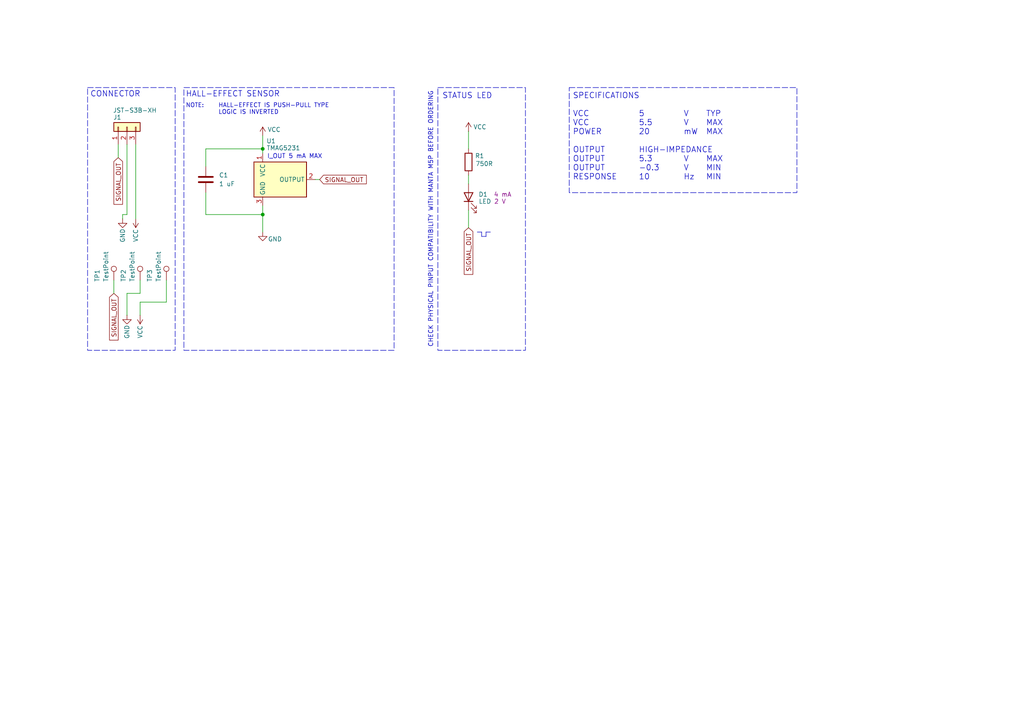
<source format=kicad_sch>
(kicad_sch (version 20231120) (generator "eeschema") (generator_version "8.0")
  (paper "A4")
  (title_block (title "IP68-limit-switch") (date "[24.08.20]") (rev "RevA") (company "Rack Robotics, Inc."))
  (lib_symbols
    (symbol "Connector:TestPoint" (pin_numbers hide) (pin_names (offset 0.762) hide)
      (property "Reference" "TP" (at 0 6.858 0))
      (property "Value" "TestPoint" (at 0 5.08 0))
      (symbol "TestPoint_0_1"
        (circle (center 0 3.302) (radius 0.762))
      )
      (symbol "TestPoint_1_1"
        (pin passive line (at 0 0 90) (length 2.54) (name "1") (number "1"))
      )
    )
    (symbol "Connector_Generic:Conn_01x03" (pin_names (offset 1.016) hide)
      (property "Reference" "J" (at 0 5.08 0))
      (property "Value" "Conn_01x03" (at 0 -5.08 0))
      (symbol "Conn_01x03_1_1"
        (rectangle (start -1.27 -2.413) (end 0 -2.667) (stroke (width 0.1524)))
        (rectangle (start -1.27 0.127) (end 0 -0.127) (stroke (width 0.1524)))
        (rectangle (start -1.27 2.667) (end 0 2.413) (stroke (width 0.1524)))
        (rectangle (start -1.27 3.81) (end 1.27 -3.81) (stroke (width 0.254)) (fill (type background)))
        (pin passive line (at -5.08 2.54 0) (length 3.81) (name "Pin_1") (number "1"))
        (pin passive line (at -5.08 0 0) (length 3.81) (name "Pin_2") (number "2"))
        (pin passive line (at -5.08 -2.54 0) (length 3.81) (name "Pin_3") (number "3"))
      )
    )
    (symbol "Device:C" (pin_numbers hide) (pin_names (offset 0.254))
      (property "Reference" "C" (at 0.635 2.54 0))
      (property "Value" "C" (at 0.635 -2.54 0))
      (symbol "C_0_1"
        (polyline (pts (xy -2.032 -0.762) (xy 2.032 -0.762)) (stroke (width 0.508)))
        (polyline (pts (xy -2.032 0.762) (xy 2.032 0.762)) (stroke (width 0.508)))
      )
      (symbol "C_1_1"
        (pin passive line (at 0 3.81 270) (length 2.794) (name "~") (number "1"))
        (pin passive line (at 0 -3.81 90) (length 2.794) (name "~") (number "2"))
      )
    )
    (symbol "Device:LED" (pin_numbers hide) (pin_names (offset 1.016) hide)
      (property "Reference" "D" (at 0 2.54 0))
      (property "Value" "LED" (at 0 -2.54 0))
      (symbol "LED_0_1"
        (polyline (pts (xy -1.27 -1.27) (xy -1.27 1.27)) (stroke (width 0.254)))
        (polyline (pts (xy -1.27 0) (xy 1.27 0)))
        (polyline (pts (xy 1.27 -1.27) (xy 1.27 1.27) (xy -1.27 0) (xy 1.27 -1.27)) (stroke (width 0.254)))
        (polyline (pts (xy -3.048 -0.762) (xy -4.572 -2.286) (xy -3.81 -2.286) (xy -4.572 -2.286) (xy -4.572 -1.524)))
        (polyline (pts (xy -1.778 -0.762) (xy -3.302 -2.286) (xy -2.54 -2.286) (xy -3.302 -2.286) (xy -3.302 -1.524)))
      )
      (symbol "LED_1_1"
        (pin passive line (at -3.81 0 0) (length 2.54) (name "K") (number "1"))
        (pin passive line (at 3.81 0 180) (length 2.54) (name "A") (number "2"))
      )
    )
    (symbol "Device:R" (pin_numbers hide) (pin_names (offset 0))
      (property "Reference" "R" (at 2.032 0 90))
      (property "Value" "R" (at 0 0 90))
      (symbol "R_0_1"
        (rectangle (start -1.016 -2.54) (end 1.016 2.54) (stroke (width 0.254)))
      )
      (symbol "R_1_1"
        (pin passive line (at 0 3.81 270) (length 1.27) (name "~") (number "1"))
        (pin passive line (at 0 -3.81 90) (length 1.27) (name "~") (number "2"))
      )
    )
    (symbol "Sensor_Magnetic:SM351LT"
      (property "Reference" "U" (at 5.08 8.89 0))
      (property "Value" "SM351LT" (at 2.54 6.35 0))
      (symbol "SM351LT_0_1"
        (rectangle (start 7.62 5.08) (end -7.62 -5.08) (stroke (width 0.254)) (fill (type background)))
      )
      (symbol "SM351LT_1_1"
        (pin power_in line (at -5.08 7.62 270) (length 2.54) (name "VCC") (number "1"))
        (pin output line (at 10.16 0 180) (length 2.54) (name "OUTPUT") (number "2"))
        (pin power_in line (at -5.08 -7.62 90) (length 2.54) (name "GND") (number "3"))
      )
    )
    (symbol "power:GND" (power) (pin_numbers hide) (pin_names (offset 0) hide)
      (property "Value" "GND" (at 0 -3.81 0))
      (symbol "GND_0_1"
        (polyline (pts (xy 0 0) (xy 0 -1.27) (xy 1.27 -1.27) (xy 0 -2.54) (xy -1.27 -1.27) (xy 0 -1.27)))
      )
      (symbol "GND_1_1"
        (pin power_in line (at 0 0 270) (length 0) (name "~") (number "1"))
      )
    )
    (symbol "power:VCC" (power) (pin_numbers hide) (pin_names (offset 0) hide)
      (property "Value" "VCC" (at 0 3.556 0))
      (symbol "VCC_0_1"
        (polyline (pts (xy -0.762 1.27) (xy 0 2.54)))
        (polyline (pts (xy 0 0) (xy 0 2.54)))
        (polyline (pts (xy 0 2.54) (xy 0.762 1.27)))
      )
      (symbol "VCC_1_1"
        (pin power_in line (at 0 0 90) (length 0) (name "~") (number "1"))
      )
    )
  )
  (junction (at 76.2 62.23))
  (junction (at 76.2 43.18))
  (wire (pts (xy 76.2 43.18) (xy 76.2 44.45)))
  (wire (pts (xy 59.69 48.26) (xy 59.69 43.18)))
  (wire (pts (xy 135.89 53.34) (xy 135.89 50.8)))
  (wire (pts (xy 40.64 91.44) (xy 40.64 87.63)))
  (wire (pts (xy 40.64 81.28) (xy 40.64 85.09)))
  (polyline (pts (xy 138.43 67.31) (xy 139.7 67.31)))
  (wire (pts (xy 135.89 38.1) (xy 135.89 43.18)))
  (wire (pts (xy 59.69 62.23) (xy 76.2 62.23)))
  (polyline (pts (xy 140.97 68.58) (xy 140.97 67.31)))
  (wire (pts (xy 33.02 81.28) (xy 33.02 85.09)))
  (wire (pts (xy 76.2 62.23) (xy 76.2 67.31)))
  (polyline (pts (xy 140.97 67.31) (xy 142.24 67.31)))
  (wire (pts (xy 39.37 41.91) (xy 39.37 63.5)))
  (wire (pts (xy 48.26 81.28) (xy 48.26 87.63)))
  (wire (pts (xy 135.89 66.04) (xy 135.89 60.96)))
  (wire (pts (xy 76.2 39.37) (xy 76.2 43.18)))
  (wire (pts (xy 36.83 62.23) (xy 36.83 41.91)))
  (wire (pts (xy 76.2 62.23) (xy 76.2 59.69)))
  (wire (pts (xy 59.69 43.18) (xy 76.2 43.18)))
  (wire (pts (xy 35.56 62.23) (xy 36.83 62.23)))
  (wire (pts (xy 36.83 85.09) (xy 36.83 91.44)))
  (polyline (pts (xy 139.7 68.58) (xy 140.97 68.58)))
  (polyline (pts (xy 139.7 67.31) (xy 139.7 68.58)))
  (wire (pts (xy 59.69 55.88) (xy 59.69 62.23)))
  (wire (pts (xy 34.29 41.91) (xy 34.29 45.72)))
  (wire (pts (xy 40.64 85.09) (xy 36.83 85.09)))
  (wire (pts (xy 40.64 87.63) (xy 48.26 87.63)))
  (wire (pts (xy 35.56 63.5) (xy 35.56 62.23)))
  (wire (pts (xy 91.44 52.07) (xy 92.71 52.07)))
  (rectangle (start 25.4 25.4) (end 50.8 101.6) (stroke (width 0) (type dash)))
  (rectangle (start 165.1 25.4) (end 231.14 55.88) (stroke (width 0) (type dash)))
  (rectangle (start 127 25.4) (end 152.4 101.6) (stroke (width 0) (type dash)))
  (rectangle (start 53.34 25.4) (end 114.3 101.6) (stroke (width 0) (type dash)))
  (text "CHECK PHYSICAL PINPUT COMPATIBILITY WITH MANTA M5P BEFORE ORDERING" (at 124.206 100.838 90) (effects (font (size 1.27 1.27)) (justify left top)))
  (text "NOTE: 	HALL-EFFECT IS PUSH-PULL TYPE \n		LOGIC IS INVERTED" (at 53.848 29.972 0) (effects (font (size 1.2192 1.2192)) (justify left top)))
  (text "CONNECTOR" (at 26.162 26.416 0) (effects (font (size 1.6256 1.6256)) (justify left top)))
  (text "HALL-EFFECT SENSOR" (at 53.848 26.416 0) (effects (font (size 1.6256 1.6256)) (justify left top)))
  (text "STATUS LED" (at 128.27 26.924 0) (effects (font (size 1.6256 1.6256)) (justify left top)))
  (text "SPECIFICATIONS\n\nVCC			5		V	TYP\nVCC			5.5		V	MAX\nPOWER		20		mW	MAX\n\nOUTPUT		HIGH-IMPEDANCE\nOUTPUT		5.3		V	MAX\nOUTPUT	   	-0.3	V	MIN\nRESPONSE	10		Hz	MIN" (at 166.116 26.924 0) (effects (font (size 1.6256 1.6256)) (justify left top)))
  (text "I_OUT 5 mA MAX" (at 77.47 44.704 0) (effects (font (size 1.27 1.27)) (justify left top)))
  (global_label "SIGNAL_OUT" (shape input) (at 92.71 52.07 0) (property "Intersheetrefs" "${INTERSHEET_REFS}" (effects (hide yes))))
  (global_label "SIGNAL_OUT" (shape input) (at 135.89 66.04 270) (property "Intersheetrefs" "${INTERSHEET_REFS}" (effects (hide yes))))
  (global_label "SIGNAL_OUT" (shape input) (at 33.02 85.09 270) (property "Intersheetrefs" "${INTERSHEET_REFS}" (effects (hide yes))))
  (global_label "SIGNAL_OUT" (shape input) (at 34.29 45.72 270) (property "Intersheetrefs" "${INTERSHEET_REFS}" (effects (hide yes))))
  (symbol (lib_id "power:GND") (at 35.56 63.5 0) (unit 1)
    (property "Reference" "#PWR05" (effects (hide yes)))
    (property "Value" "GND" (at 35.56 68.326 90))
    (property "Description" "Power symbol creates a global label with name \"GND\" , ground" (effects (hide yes)))
  )
  (symbol (lib_id "Connector:TestPoint") (at 33.02 81.28 0) (unit 1)
    (property "Reference" "TP1" (at 28.194 81.788 90) (effects (justify left)))
    (property "Value" "TestPoint" (at 30.734 81.788 90) (effects (justify left)))
    (property "Footprint" "TestPoint:TestPoint_Pad_2.0x2.0mm" (effects (hide yes)))
    (property "Description" "test point" (effects (hide yes)))
  )
  (symbol (lib_id "Connector:TestPoint") (at 40.64 81.28 0) (unit 1)
    (property "Reference" "TP2" (at 35.814 81.788 90) (effects (justify left)))
    (property "Value" "TestPoint" (at 38.354 81.788 90) (effects (justify left)))
    (property "Footprint" "TestPoint:TestPoint_Pad_2.0x2.0mm" (effects (hide yes)))
    (property "Description" "test point" (effects (hide yes)))
  )
  (symbol (lib_id "Sensor_Magnetic:SM351LT") (at 81.28 52.07 0) (unit 1)
    (property "Reference" "U1" (at 80.01 40.894 0) (effects (justify right)))
    (property "Value" "TMAG5231" (at 87.122 42.926 0) (effects (justify right)))
    (property "Footprint" "Package_TO_SOT_SMD:SOT-23-3" (effects (hide yes)))
    (property "Datasheet" "https://www.ti.com/lit/ds/symlink/tmag5231.pdf" (effects (hide yes)))
    (property "Description" "Digital Switch Omnipolar Switch Push-Pull Hall Effect SOT-23-3" (effects (hide yes)))
    (property "Supplier" "Digikey Electronics" (effects (hide yes)))
    (property "Supplier#" "296-TMAG5231A2DQDBZRCT-ND" (effects (hide yes)))
    (property "Manufacterer" "Texas Instruments" (effects (hide yes)))
  )
  (symbol (lib_id "power:VCC") (at 76.2 39.37 0) (unit 1)
    (property "Reference" "#PWR03" (effects (hide yes)))
    (property "Value" "VCC" (at 79.502 37.592 0))
    (property "Description" "Power symbol creates a global label with name \"VCC\"" (effects (hide yes)))
  )
  (symbol (lib_id "power:VCC") (at 39.37 63.5 180) (unit 1)
    (property "Reference" "#PWR06" (effects (hide yes)))
    (property "Value" "VCC" (at 39.37 68.326 90))
    (property "Description" "Power symbol creates a global label with name \"VCC\"" (effects (hide yes)))
  )
  (symbol (lib_id "Device:C") (at 59.69 52.07 180) (unit 1)
    (property "Reference" "C1" (at 63.5 50.7999 0) (effects (justify right)))
    (property "Value" "1 uF" (at 63.5 53.3399 0) (effects (justify right)))
    (property "Footprint" "Capacitor_SMD:C_0603_1608Metric" (effects (hide yes)))
    (property "Datasheet" "https://www.yageo.com/upload/media/product/productsearch/datasheet/mlcc/UPY-GPHC_X7R_6.3V-to-250V_24.pdf" (effects (hide yes)))
    (property "Description" "1 µF ±10% 16V Ceramic Capacitor X7R 0603 (1608 Metric)" (effects (hide yes)))
    (property "Supplier" "Digikey Electronics" (effects (hide yes)))
    (property "Supplier#" "311-1446-1-ND" (effects (hide yes)))
    (property "Manufacterer" "YAGEO" (effects (hide yes)))
    (property "Tolerance" "10%" (effects (hide yes)))
    (property "V_max" "16V" (effects (hide yes)))
    (property "LCSC Part #" "C163036" (effects (hide yes)))
  )
  (symbol (lib_id "power:VCC") (at 135.89 38.1 0) (unit 1)
    (property "Reference" "#PWR01" (effects (hide yes)))
    (property "Value" "VCC" (at 139.192 36.83 0))
    (property "Description" "Power symbol creates a global label with name \"VCC\"" (effects (hide yes)))
  )
  (symbol (lib_id "Device:R") (at 135.89 46.99 180) (unit 1)
    (property "Reference" "R1" (at 140.462 45.212 0) (effects (justify left)))
    (property "Value" "750R" (at 143.002 47.498 0) (effects (justify left)))
    (property "Footprint" "Resistor_SMD:R_0603_1608Metric" (effects (hide yes)))
    (property "Datasheet" "https://www.yageo.com/upload/media/product/products/datasheet/rchip/PYu-RC_Group_51_RoHS_L_12.pdf" (effects (hide yes)))
    (property "Description" "Resistor" (effects (hide yes)))
    (property "Supplier" "Digikey Electronics" (effects (hide yes)))
    (property "Supplier#" "311-750HRCT-ND" (effects (hide yes)))
    (property "Manufacterer" "YAGEO" (effects (hide yes)))
    (property "Tolerance" "1%" (effects (hide yes)))
    (property "LCSC Part #" "C114635" (effects (hide yes)))
  )
  (symbol (lib_id "Connector_Generic:Conn_01x03") (at 36.83 36.83 90) (unit 1)
    (property "Reference" "J1" (at 34.036 34.036 90))
    (property "Value" "JST-S3B-XH" (at 39.116 32.004 90))
    (property "Footprint" "Connector_JST:JST_XH_S3B-XH-A-1_1x03_P2.50mm_Horizontal" (effects (hide yes)))
    (property "Datasheet" "https://www.jst-mfg.com/product/pdf/eng/eXH.pdf" (effects (hide yes)))
    (property "Description" "Connector Header Through Hole, Right Angle 3 position 0.098\" (2.50mm)" (effects (hide yes)))
    (property "Supplier" "Digikey Electronics" (effects (hide yes)))
    (property "Supplier#" "455-S3B-XH-A-ND" (effects (hide yes)))
    (property "Manufacterer" "JST Sales America Inc." (effects (hide yes)))
    (property "LCSC Part #" "C163036" (effects (hide yes)))
  )
  (symbol (lib_id "Connector:TestPoint") (at 48.26 81.28 0) (unit 1)
    (property "Reference" "TP3" (at 43.434 81.788 90) (effects (justify left)))
    (property "Value" "TestPoint" (at 45.974 81.788 90) (effects (justify left)))
    (property "Footprint" "TestPoint:TestPoint_Pad_2.0x2.0mm" (effects (hide yes)))
    (property "Description" "test point" (effects (hide yes)))
  )
  (symbol (lib_id "power:GND") (at 36.83 91.44 0) (unit 1)
    (property "Reference" "#PWR02" (effects (hide yes)))
    (property "Value" "GND" (at 36.83 96.266 90))
    (property "Description" "Power symbol creates a global label with name \"GND\" , ground" (effects (hide yes)))
  )
  (symbol (lib_id "Device:LED") (at 135.89 57.15 90) (unit 1)
    (property "Reference" "D1" (at 141.478 56.388 90) (effects (justify left)))
    (property "Value" "LED" (at 142.494 58.42 90) (effects (justify left)))
    (property "Footprint" "LED_SMD:LED_0603_1608Metric" (effects (hide yes)))
    (property "Datasheet" "https://optoelectronics.liteon.com/upload/download/DS22-2005-086/LTST-C193KFKT-5A.PDF" (effects (hide yes)))
    (property "Description" "Light emitting diode" (effects (hide yes)))
    (property "Supplier" "Digikey Electronics" (effects (hide yes)))
    (property "Supplier#" "160-1829-1-ND" (effects (hide yes)))
    (property "Manufacterer" "Lite-On Inc." (effects (hide yes)))
    (property "V_f" "2 V" (at 145.034 58.42 90))
    (property "I_f" "4 mA" (at 145.796 56.388 90))
    (property "Color" "Orange" (effects (hide yes)))
    (property "Luminous Intensity" "45.0" (effects (hide yes)))
    (property "LCSC Part #" "C284922" (effects (hide yes)))
  )
  (symbol (lib_id "power:GND") (at 76.2 67.31 0) (unit 1)
    (property "Reference" "#PWR04" (effects (hide yes)))
    (property "Value" "GND" (at 79.756 69.342 0))
    (property "Description" "Power symbol creates a global label with name \"GND\" , ground" (effects (hide yes)))
  )
  (symbol (lib_id "power:VCC") (at 40.64 91.44 180) (unit 1)
    (property "Reference" "#PWR07" (effects (hide yes)))
    (property "Value" "VCC" (at 40.64 96.266 90))
    (property "Description" "Power symbol creates a global label with name \"VCC\"" (effects (hide yes)))
  )
)
</source>
